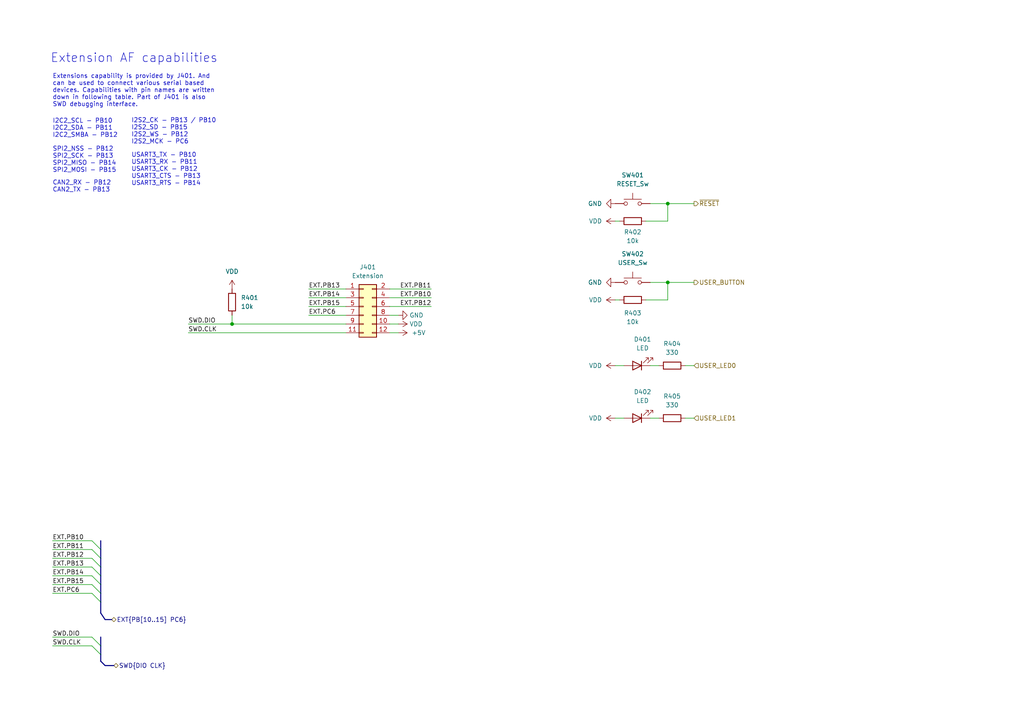
<source format=kicad_sch>
(kicad_sch (version 20211123) (generator eeschema)
  (paper "A4")
  (title_block (title "STLinux") (date "2022-11-10") (rev "1"))
  (lib_symbols
    (symbol "Connector_Generic:Conn_02x06_Odd_Even" (pin_names (offset 1.016) hide)
      (property "Reference" "J" (at 1.27 7.62 0))
      (property "Value" "Conn_02x06_Odd_Even" (at 1.27 -10.16 0))
      (symbol "Conn_02x06_Odd_Even_1_1"
        (rectangle (start -1.27 -7.493) (end 0 -7.747) (stroke (width 0.1524)))
        (rectangle (start -1.27 -4.953) (end 0 -5.207) (stroke (width 0.1524)))
        (rectangle (start -1.27 -2.413) (end 0 -2.667) (stroke (width 0.1524)))
        (rectangle (start -1.27 0.127) (end 0 -0.127) (stroke (width 0.1524)))
        (rectangle (start -1.27 2.667) (end 0 2.413) (stroke (width 0.1524)))
        (rectangle (start -1.27 5.207) (end 0 4.953) (stroke (width 0.1524)))
        (rectangle (start -1.27 6.35) (end 3.81 -8.89) (stroke (width 0.254)) (fill (type background)))
        (rectangle (start 3.81 -7.493) (end 2.54 -7.747) (stroke (width 0.1524)))
        (rectangle (start 3.81 -4.953) (end 2.54 -5.207) (stroke (width 0.1524)))
        (rectangle (start 3.81 -2.413) (end 2.54 -2.667) (stroke (width 0.1524)))
        (rectangle (start 3.81 0.127) (end 2.54 -0.127) (stroke (width 0.1524)))
        (rectangle (start 3.81 2.667) (end 2.54 2.413) (stroke (width 0.1524)))
        (rectangle (start 3.81 5.207) (end 2.54 4.953) (stroke (width 0.1524)))
        (pin passive line (at -5.08 5.08 0) (length 3.81) (name "Pin_1") (number "1"))
        (pin passive line (at 7.62 -5.08 180) (length 3.81) (name "Pin_10") (number "10"))
        (pin passive line (at -5.08 -7.62 0) (length 3.81) (name "Pin_11") (number "11"))
        (pin passive line (at 7.62 -7.62 180) (length 3.81) (name "Pin_12") (number "12"))
        (pin passive line (at 7.62 5.08 180) (length 3.81) (name "Pin_2") (number "2"))
        (pin passive line (at -5.08 2.54 0) (length 3.81) (name "Pin_3") (number "3"))
        (pin passive line (at 7.62 2.54 180) (length 3.81) (name "Pin_4") (number "4"))
        (pin passive line (at -5.08 0 0) (length 3.81) (name "Pin_5") (number "5"))
        (pin passive line (at 7.62 0 180) (length 3.81) (name "Pin_6") (number "6"))
        (pin passive line (at -5.08 -2.54 0) (length 3.81) (name "Pin_7") (number "7"))
        (pin passive line (at 7.62 -2.54 180) (length 3.81) (name "Pin_8") (number "8"))
        (pin passive line (at -5.08 -5.08 0) (length 3.81) (name "Pin_9") (number "9"))
      )
    )
    (symbol "Device:LED" (pin_numbers hide) (pin_names (offset 1.016) hide)
      (property "Reference" "D" (at 0 2.54 0))
      (property "Value" "LED" (at 0 -2.54 0))
      (symbol "LED_0_1"
        (polyline (pts (xy -1.27 -1.27) (xy -1.27 1.27)) (stroke (width 0.254)))
        (polyline (pts (xy -1.27 0) (xy 1.27 0)))
        (polyline (pts (xy 1.27 -1.27) (xy 1.27 1.27) (xy -1.27 0) (xy 1.27 -1.27)) (stroke (width 0.254)))
        (polyline (pts (xy -3.048 -0.762) (xy -4.572 -2.286) (xy -3.81 -2.286) (xy -4.572 -2.286) (xy -4.572 -1.524)))
        (polyline (pts (xy -1.778 -0.762) (xy -3.302 -2.286) (xy -2.54 -2.286) (xy -3.302 -2.286) (xy -3.302 -1.524)))
      )
      (symbol "LED_1_1"
        (pin passive line (at -3.81 0 0) (length 2.54) (name "K") (number "1"))
        (pin passive line (at 3.81 0 180) (length 2.54) (name "A") (number "2"))
      )
    )
    (symbol "Device:R" (pin_numbers hide) (pin_names (offset 0))
      (property "Reference" "R" (at 2.032 0 90))
      (property "Value" "R" (at 0 0 90))
      (symbol "R_0_1"
        (rectangle (start -1.016 -2.54) (end 1.016 2.54) (stroke (width 0.254)))
      )
      (symbol "R_1_1"
        (pin passive line (at 0 3.81 270) (length 1.27) (name "~") (number "1"))
        (pin passive line (at 0 -3.81 90) (length 1.27) (name "~") (number "2"))
      )
    )
    (symbol "Switch:SW_Push" (pin_numbers hide) (pin_names (offset 1.016) hide)
      (property "Reference" "SW" (at 1.27 2.54 0))
      (property "Value" "SW_Push" (at 0 -1.524 0))
      (symbol "SW_Push_0_1"
        (circle (center -2.032 0) (radius 0.508))
        (polyline (pts (xy 0 1.27) (xy 0 3.048)))
        (polyline (pts (xy 2.54 1.27) (xy -2.54 1.27)))
        (circle (center 2.032 0) (radius 0.508))
        (pin passive line (at -5.08 0 0) (length 2.54) (name "1") (number "1"))
        (pin passive line (at 5.08 0 180) (length 2.54) (name "2") (number "2"))
      )
    )
    (symbol "power:+5V" (power) (pin_names (offset 0))
      (property "Value" "+5V" (at 0 3.556 0))
      (symbol "+5V_0_1"
        (polyline (pts (xy -0.762 1.27) (xy 0 2.54)))
        (polyline (pts (xy 0 0) (xy 0 2.54)))
        (polyline (pts (xy 0 2.54) (xy 0.762 1.27)))
      )
      (symbol "+5V_1_1"
        (pin power_in line (at 0 0 90) (length 0) hide (name "+5V") (number "1"))
      )
    )
    (symbol "power:GND" (power) (pin_names (offset 0))
      (property "Value" "GND" (at 0 -3.81 0))
      (symbol "GND_0_1"
        (polyline (pts (xy 0 0) (xy 0 -1.27) (xy 1.27 -1.27) (xy 0 -2.54) (xy -1.27 -1.27) (xy 0 -1.27)))
      )
      (symbol "GND_1_1"
        (pin power_in line (at 0 0 270) (length 0) hide (name "GND") (number "1"))
      )
    )
    (symbol "power:VDD" (power) (pin_names (offset 0))
      (property "Value" "VDD" (at 0 3.81 0))
      (symbol "VDD_0_1"
        (polyline (pts (xy -0.762 1.27) (xy 0 2.54)))
        (polyline (pts (xy 0 0) (xy 0 2.54)))
        (polyline (pts (xy 0 2.54) (xy 0.762 1.27)))
      )
      (symbol "VDD_1_1"
        (pin power_in line (at 0 0 90) (length 0) hide (name "VDD") (number "1"))
      )
    )
  )
  (junction (at 67.31 93.98))
  (junction (at 193.675 81.915))
  (junction (at 193.675 59.055))
  (bus_entry (at 29.21 174.625) (size -2.54 -2.54))
  (bus_entry (at 26.67 187.325) (size 2.54 2.54))
  (bus_entry (at 29.21 164.465) (size -2.54 -2.54))
  (bus_entry (at 26.67 156.845) (size 2.54 2.54))
  (bus_entry (at 26.67 159.385) (size 2.54 2.54))
  (bus_entry (at 26.67 184.785) (size 2.54 2.54))
  (bus_entry (at 26.67 164.465) (size 2.54 2.54))
  (bus_entry (at 26.67 167.005) (size 2.54 2.54))
  (bus_entry (at 26.67 169.545) (size 2.54 2.54))
  (bus (pts (xy 29.21 159.385) (xy 29.21 161.925)))
  (wire (pts (xy 15.24 161.925) (xy 26.67 161.925)))
  (bus (pts (xy 29.21 191.77) (xy 30.48 193.04)))
  (wire (pts (xy 198.755 106.045) (xy 201.295 106.045)))
  (wire (pts (xy 67.31 93.98) (xy 100.33 93.98)))
  (wire (pts (xy 178.435 86.995) (xy 179.705 86.995)))
  (wire (pts (xy 89.535 91.44) (xy 100.33 91.44)))
  (wire (pts (xy 188.595 106.045) (xy 191.135 106.045)))
  (bus (pts (xy 29.21 177.8) (xy 30.48 179.705)))
  (bus (pts (xy 29.21 156.845) (xy 29.21 159.385)))
  (wire (pts (xy 188.595 59.055) (xy 193.675 59.055)))
  (wire (pts (xy 188.595 121.285) (xy 191.135 121.285)))
  (wire (pts (xy 15.24 159.385) (xy 26.67 159.385)))
  (wire (pts (xy 15.24 184.785) (xy 26.67 184.785)))
  (wire (pts (xy 113.03 93.98) (xy 115.57 93.98)))
  (wire (pts (xy 54.61 96.52) (xy 100.33 96.52)))
  (bus (pts (xy 29.21 164.465) (xy 29.21 167.005)))
  (wire (pts (xy 178.435 64.135) (xy 179.705 64.135)))
  (wire (pts (xy 187.325 86.995) (xy 193.675 86.995)))
  (wire (pts (xy 67.31 91.44) (xy 67.31 93.98)))
  (wire (pts (xy 178.435 121.285) (xy 180.975 121.285)))
  (wire (pts (xy 15.24 172.085) (xy 26.67 172.085)))
  (wire (pts (xy 89.535 86.36) (xy 100.33 86.36)))
  (wire (pts (xy 15.24 169.545) (xy 26.67 169.545)))
  (wire (pts (xy 89.535 88.9) (xy 100.33 88.9)))
  (wire (pts (xy 15.24 167.005) (xy 26.67 167.005)))
  (wire (pts (xy 113.03 83.82) (xy 125.095 83.82)))
  (wire (pts (xy 198.755 121.285) (xy 201.295 121.285)))
  (bus (pts (xy 29.21 184.785) (xy 29.21 187.325)))
  (wire (pts (xy 15.24 187.325) (xy 26.67 187.325)))
  (wire (pts (xy 178.435 106.045) (xy 180.975 106.045)))
  (wire (pts (xy 113.03 91.44) (xy 115.57 91.44)))
  (wire (pts (xy 193.675 59.055) (xy 201.295 59.055)))
  (bus (pts (xy 30.48 193.04) (xy 33.02 193.04)))
  (wire (pts (xy 54.61 93.98) (xy 67.31 93.98)))
  (wire (pts (xy 193.675 81.915) (xy 201.295 81.915)))
  (bus (pts (xy 29.21 167.005) (xy 29.21 169.545)))
  (wire (pts (xy 193.675 81.915) (xy 193.675 86.995)))
  (wire (pts (xy 193.675 59.055) (xy 193.675 64.135)))
  (bus (pts (xy 29.21 189.865) (xy 29.21 191.77)))
  (wire (pts (xy 187.325 64.135) (xy 193.675 64.135)))
  (wire (pts (xy 113.03 88.9) (xy 125.095 88.9)))
  (bus (pts (xy 30.48 179.705) (xy 32.385 179.705)))
  (wire (pts (xy 15.24 156.845) (xy 26.67 156.845)))
  (bus (pts (xy 29.21 161.925) (xy 29.21 164.465)))
  (wire (pts (xy 15.24 164.465) (xy 26.67 164.465)))
  (bus (pts (xy 29.21 172.085) (xy 29.21 174.625)))
  (wire (pts (xy 188.595 81.915) (xy 193.675 81.915)))
  (wire (pts (xy 113.03 96.52) (xy 115.57 96.52)))
  (bus (pts (xy 29.21 174.625) (xy 29.21 177.8)))
  (bus (pts (xy 29.21 169.545) (xy 29.21 172.085)))
  (bus (pts (xy 29.21 187.325) (xy 29.21 189.865)))
  (wire (pts (xy 113.03 86.36) (xy 125.095 86.36)))
  (wire (pts (xy 89.535 83.82) (xy 100.33 83.82)))
  (text "I2S2_CK - PB13 / PB10\nI2S2_SD - PB15\nI2S2_WS - PB12\nI2S2_MCK - PC6" (at 38.1 41.91 0) (effects (font (size 1.27 1.27)) (justify left bottom)))
  (text "USART3_TX - PB10\nUSART3_RX - PB11\nUSART3_CK - PB12\nUSART3_CTS - PB13\nUSART3_RTS - PB14\n" (at 38.1 53.975 0) (effects (font (size 1.27 1.27)) (justify left bottom)))
  (text "Extensions capability is provided by J401. And \ncan be used to connect various serial based \ndevices. Capabilities with pin names are written\ndown in following table. Part of J401 is also \nSWD debugging interface. " (at 15.24 31.115 0) (effects (font (size 1.27 1.27)) (justify left bottom)))
  (text "CAN2_RX - PB12\nCAN2_TX - PB13\n" (at 15.24 55.88 0) (effects (font (size 1.27 1.27)) (justify left bottom)))
  (text "SPI2_NSS - PB12\nSPI2_SCK - PB13\nSPI2_MISO - PB14\nSPI2_MOSI - PB15" (at 15.24 50.165 0) (effects (font (size 1.27 1.27)) (justify left bottom)))
  (text "Extension AF capabilities" (at 14.605 18.415 0) (effects (font (size 2.54 2.54)) (justify left bottom)))
  (text "I2C2_SCL - PB10\nI2C2_SDA - PB11\nI2C2_SMBA - PB12\n" (at 15.24 40.005 0) (effects (font (size 1.27 1.27)) (justify left bottom)))
  (label "EXT.PB12" (at 125.095 88.9 180))
  (label "EXT.PB15" (at 89.535 88.9 0))
  (label "SWD.DIO" (at 15.24 184.785 0))
  (label "EXT.PC6" (at 89.535 91.44 0))
  (label "SWD.CLK" (at 15.24 187.325 0))
  (label "SWD.DIO" (at 54.61 93.98 0))
  (label "EXT.PB14" (at 15.24 167.005 0))
  (label "EXT.PB10" (at 125.095 86.36 180))
  (label "EXT.PB11" (at 15.24 159.385 0))
  (label "EXT.PB13" (at 89.535 83.82 0))
  (label "EXT.PB11" (at 125.095 83.82 180))
  (label "EXT.PC6" (at 15.24 172.085 0))
  (label "EXT.PB15" (at 15.24 169.545 0))
  (label "EXT.PB13" (at 15.24 164.465 0))
  (label "SWD.CLK" (at 54.61 96.52 0))
  (label "EXT.PB10" (at 15.24 156.845 0))
  (label "EXT.PB14" (at 89.535 86.36 0))
  (label "EXT.PB12" (at 15.24 161.925 0))
  (hierarchical_label "USER_LED1" (shape input) (at 201.295 121.285 0))
  (hierarchical_label "USER_BUTTON" (shape output) (at 201.295 81.915 0))
  (hierarchical_label "SWD{DIO CLK}" (shape bidirectional) (at 33.02 193.04 0))
  (hierarchical_label "EXT{PB[10..15] PC6}" (shape bidirectional) (at 32.385 179.705 0))
  (hierarchical_label "USER_LED0" (shape input) (at 201.295 106.045 0))
  (hierarchical_label "~{RESET}" (shape output) (at 201.295 59.055 0))
  (symbol (lib_id "Switch:SW_Push") (at 183.515 59.055 0) (unit 1)
    (property "Reference" "SW401" (at 183.515 50.8 0))
    (property "Value" "RESET_Sw" (at 183.515 53.34 0))
    (property "Footprint" "Button_Switch_SMD:SW_Push_1P1T_NO_6x6mm_H9.5mm" (effects hide))
  )
  (symbol (lib_id "power:VDD") (at 178.435 106.045 90) (unit 1)
    (property "Reference" "#PWR0409" (effects hide))
    (property "Value" "VDD" (at 174.625 106.0449 90) (effects (justify left)))
  )
  (symbol (lib_id "Connector_Generic:Conn_02x06_Odd_Even") (at 105.41 88.9 0) (unit 1)
    (property "Reference" "J401" (at 106.68 77.47 0))
    (property "Value" "Extension" (at 106.68 80.01 0))
    (property "Footprint" "Connector_PinSocket_2.54mm:PinSocket_2x06_P2.54mm_Vertical" (effects hide))
  )
  (symbol (lib_id "power:VDD") (at 67.31 83.82 0) (unit 1)
    (property "Reference" "#PWR0401" (effects hide))
    (property "Value" "VDD" (at 67.31 78.74 0))
  )
  (symbol (lib_id "Device:LED") (at 184.785 106.045 180) (unit 1)
    (property "Reference" "D401" (at 186.3725 98.425 0))
    (property "Value" "LED" (at 186.3725 100.965 0))
    (property "Footprint" "LED_SMD:LED_1206_3216Metric_Pad1.42x1.75mm_HandSolder" (effects hide))
  )
  (symbol (lib_id "Device:R") (at 194.945 106.045 90) (unit 1)
    (property "Reference" "R404" (at 194.945 99.695 90))
    (property "Value" "330" (at 194.945 102.235 90))
    (property "Footprint" "Resistor_SMD:R_0603_1608Metric_Pad0.98x0.95mm_HandSolder" (effects hide))
  )
  (symbol (lib_id "Device:R") (at 183.515 64.135 90) (unit 1)
    (property "Reference" "R402" (at 183.515 67.31 90))
    (property "Value" "10k" (at 183.515 69.85 90))
    (property "Footprint" "Resistor_SMD:R_0603_1608Metric_Pad0.98x0.95mm_HandSolder" (effects hide))
  )
  (symbol (lib_id "power:+5V") (at 115.57 96.52 270) (unit 1)
    (property "Reference" "#PWR0404" (effects hide))
    (property "Value" "+5V" (at 119.38 96.5199 90) (effects (justify left)))
  )
  (symbol (lib_id "Switch:SW_Push") (at 183.515 81.915 0) (unit 1)
    (property "Reference" "SW402" (at 183.515 73.66 0))
    (property "Value" "USER_Sw" (at 183.515 76.2 0))
    (property "Footprint" "Button_Switch_SMD:SW_Push_1P1T_NO_6x6mm_H9.5mm" (effects hide))
  )
  (symbol (lib_id "power:VDD") (at 178.435 121.285 90) (unit 1)
    (property "Reference" "#PWR0410" (effects hide))
    (property "Value" "VDD" (at 174.625 121.2849 90) (effects (justify left)))
  )
  (symbol (lib_id "power:VDD") (at 115.57 93.98 270) (unit 1)
    (property "Reference" "#PWR0403" (effects hide))
    (property "Value" "VDD" (at 118.745 93.9799 90) (effects (justify left)))
  )
  (symbol (lib_id "Device:R") (at 183.515 86.995 90) (unit 1)
    (property "Reference" "R403" (at 183.515 90.805 90))
    (property "Value" "10k" (at 183.515 93.345 90))
    (property "Footprint" "Resistor_SMD:R_0603_1608Metric_Pad0.98x0.95mm_HandSolder" (effects hide))
  )
  (symbol (lib_id "Device:R") (at 194.945 121.285 90) (unit 1)
    (property "Reference" "R405" (at 194.945 114.935 90))
    (property "Value" "330" (at 194.945 117.475 90))
    (property "Footprint" "Resistor_SMD:R_0603_1608Metric_Pad0.98x0.95mm_HandSolder" (effects hide))
  )
  (symbol (lib_id "Device:LED") (at 184.785 121.285 180) (unit 1)
    (property "Reference" "D402" (at 186.3725 113.665 0))
    (property "Value" "LED" (at 186.3725 116.205 0))
    (property "Footprint" "LED_SMD:LED_1206_3216Metric_Pad1.42x1.75mm_HandSolder" (effects hide))
  )
  (symbol (lib_id "power:GND") (at 115.57 91.44 90) (unit 1)
    (property "Reference" "#PWR0402" (effects hide))
    (property "Value" "GND" (at 118.745 91.4399 90) (effects (justify right)))
  )
  (symbol (lib_id "power:GND") (at 178.435 59.055 270) (mirror x) (unit 1)
    (property "Reference" "#PWR0405" (effects hide))
    (property "Value" "GND" (at 174.625 59.0549 90) (effects (justify right)))
  )
  (symbol (lib_id "power:VDD") (at 178.435 64.135 90) (unit 1)
    (property "Reference" "#PWR0406" (effects hide))
    (property "Value" "VDD" (at 174.625 64.1349 90) (effects (justify left)))
  )
  (symbol (lib_id "power:GND") (at 178.435 81.915 270) (mirror x) (unit 1)
    (property "Reference" "#PWR0407" (effects hide))
    (property "Value" "GND" (at 174.625 81.9149 90) (effects (justify right)))
  )
  (symbol (lib_id "power:VDD") (at 178.435 86.995 90) (unit 1)
    (property "Reference" "#PWR0408" (effects hide))
    (property "Value" "VDD" (at 174.625 86.9949 90) (effects (justify left)))
  )
  (symbol (lib_id "Device:R") (at 67.31 87.63 180) (unit 1)
    (property "Reference" "R401" (at 69.85 86.3599 0) (effects (justify right)))
    (property "Value" "10k" (at 69.85 88.8999 0) (effects (justify right)))
    (property "Footprint" "Resistor_SMD:R_0603_1608Metric_Pad0.98x0.95mm_HandSolder" (effects hide))
  )
)
</source>
